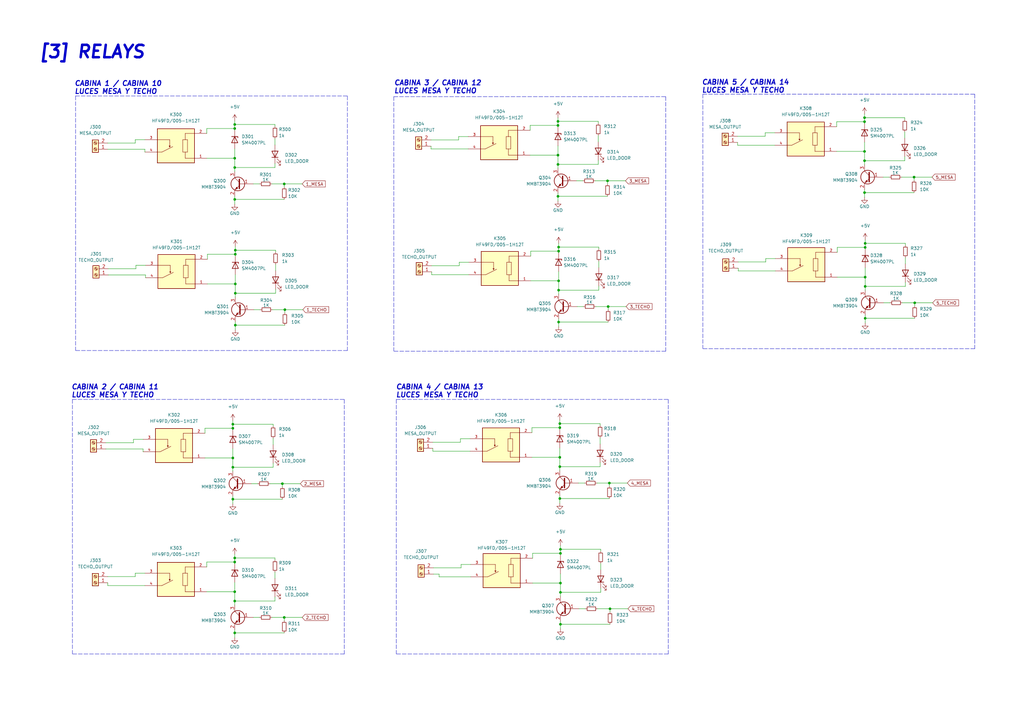
<source format=kicad_sch>
(kicad_sch (version 20211123) (generator eeschema)
  (paper "A3")
  (lib_symbols
    (symbol "Connector:Screw_Terminal_01x02" (pin_names (offset 1.016) hide)
      (property "Reference" "J" (at 0 2.54 0))
      (property "Value" "Screw_Terminal_01x02" (at 0 -5.08 0))
      (symbol "Screw_Terminal_01x02_1_1"
        (pin passive line (at -5.08 0 0) (length 3.81) (name "Pin_1") (number "1"))
        (pin passive line (at -5.08 -2.54 0) (length 3.81) (name "Pin_2") (number "2"))
      )
    )
    (symbol "Device:D_Zener" (pin_numbers hide) (pin_names (offset 1.016) hide)
      (property "Reference" "D" (at 0 2.54 0))
      (property "Value" "D_Zener" (at 0 -2.54 0))
      (symbol "D_Zener_1_1"
        (pin passive line (at -3.81 0 0) (length 2.54) (name "K") (number "1"))
        (pin passive line (at 3.81 0 180) (length 2.54) (name "A") (number "2"))
      )
    )
    (symbol "Device:LED" (pin_numbers hide) (pin_names (offset 1.016) hide)
      (property "Reference" "D" (at 0 2.54 0))
      (property "Value" "LED" (at 0 -2.54 0))
      (symbol "LED_1_1"
        (pin passive line (at -3.81 0 0) (length 2.54) (name "K") (number "1"))
        (pin passive line (at 3.81 0 180) (length 2.54) (name "A") (number "2"))
      )
    )
    (symbol "Device:R_Small" (pin_numbers hide) (pin_names (offset 0.254) hide)
      (property "Reference" "R" (at 0.762 0.508 0))
      (property "Value" "R_Small" (at 0.762 -1.016 0))
      (symbol "R_Small_1_1"
        (pin passive line (at 0 2.54 270) (length 0.762) (name "~") (number "1"))
        (pin passive line (at 0 -2.54 90) (length 0.762) (name "~") (number "2"))
      )
    )
    (symbol "HF49FD_005-1H12T:HF49FD{slash}005-1H12T" (pin_names (offset 1.016))
      (property "Reference" "K" (at -7.62 7.62 0))
      (property "Value" "HF49FD{slash}005-1H12T" (at -7.62 -7.62 0))
      (symbol "HF49FD{slash}005-1H12T_0_0"
        (pin passive line (at -12.7 5.08 0) (length 5.08) (name "~") (number "1"))
        (pin passive line (at -12.7 -5.08 0) (length 5.08) (name "~") (number "2"))
        (pin passive line (at 12.7 -2.54 180) (length 5.08) (name "~") (number "3"))
        (pin passive line (at 12.7 2.54 180) (length 5.08) (name "~") (number "4"))
      )
    )
    (symbol "Transistor_BJT:MMBT5550L" (pin_names (offset 0) hide)
      (property "Reference" "Q" (at 5.08 1.905 0))
      (property "Value" "MMBT5550L" (at 5.08 0 0))
      (symbol "MMBT5550L_1_1"
        (pin input line (at -5.08 0 0) (length 5.715) (name "B") (number "1"))
        (pin passive line (at 2.54 -5.08 90) (length 2.54) (name "E") (number "2"))
        (pin passive line (at 2.54 5.08 270) (length 2.54) (name "C") (number "3"))
      )
    )
    (symbol "power:+5V" (power) (pin_names (offset 0))
      (property "Value" "+5V" (at 0 3.556 0))
      (symbol "+5V_1_1"
        (pin power_in line (at 0 0 90) (length 0) hide (name "+5V") (number "1"))
      )
    )
    (symbol "power:GND" (power) (pin_names (offset 0))
      (property "Value" "GND" (at 0 -3.81 0))
      (symbol "GND_1_1"
        (pin power_in line (at 0 0 270) (length 0) hide (name "GND") (number "1"))
      )
    )
  )
  (junction (at 228.854 49.784))
  (junction (at 96.266 52.705))
  (junction (at 229.108 132.08))
  (junction (at 229.87 225.298))
  (junction (at 229.108 101.346))
  (junction (at 95.504 187.833))
  (junction (at 354.838 101.473))
  (junction (at 95.504 191.643))
  (junction (at 249.174 74.168))
  (junction (at 250.19 249.682))
  (junction (at 354.584 78.994))
  (junction (at 374.904 72.644))
  (junction (at 95.504 175.641))
  (junction (at 95.504 173.99))
  (junction (at 96.52 104.267))
  (junction (at 96.266 259.588))
  (junction (at 229.108 102.997))
  (junction (at 354.838 99.822))
  (junction (at 354.584 65.913))
  (junction (at 229.616 175.387))
  (junction (at 95.504 204.724))
  (junction (at 96.52 133.35))
  (junction (at 354.838 130.556))
  (junction (at 354.584 48.26))
  (junction (at 229.616 173.736))
  (junction (at 229.87 256.032))
  (junction (at 96.52 102.616))
  (junction (at 229.108 118.999))
  (junction (at 354.584 62.103))
  (junction (at 96.266 68.707))
  (junction (at 249.428 125.73))
  (junction (at 229.87 242.951))
  (junction (at 228.854 80.518))
  (junction (at 96.266 242.697))
  (junction (at 229.108 115.189))
  (junction (at 116.84 127))
  (junction (at 249.936 198.12))
  (junction (at 229.87 226.949))
  (junction (at 228.854 63.627))
  (junction (at 229.616 191.389))
  (junction (at 96.266 228.854))
  (junction (at 96.52 120.269))
  (junction (at 229.616 187.579))
  (junction (at 96.52 116.459))
  (junction (at 116.586 75.438))
  (junction (at 115.824 198.374))
  (junction (at 96.266 51.054))
  (junction (at 116.586 253.238))
  (junction (at 354.838 113.665))
  (junction (at 228.854 67.437))
  (junction (at 96.266 81.788))
  (junction (at 375.158 124.206))
  (junction (at 228.854 51.435))
  (junction (at 96.266 64.897))
  (junction (at 229.87 239.141))
  (junction (at 96.266 230.505))
  (junction (at 354.584 49.911))
  (junction (at 229.616 204.47))
  (junction (at 354.838 117.475))
  (junction (at 96.266 246.507))
  (wire (pts (xy 354.838 101.473) (xy 354.838 102.235)))
  (wire (pts (xy 112.776 68.707) (xy 96.266 68.707)))
  (wire (pts (xy 59.436 61.214) (xy 59.436 62.357)))
  (wire (pts (xy 177.546 183.896) (xy 177.546 185.039)))
  (wire (pts (xy 59.436 57.277) (xy 55.499 57.277)))
  (wire (pts (xy 302.768 107.442) (xy 314.071 107.442)))
  (wire (pts (xy 96.266 51.054) (xy 96.266 52.705)))
  (wire (pts (xy 113.03 108.458) (xy 113.03 110.998)))
  (wire (pts (xy 228.854 80.518) (xy 249.174 80.518)))
  (wire (pts (xy 103.886 75.438) (xy 106.426 75.438)))
  (wire (pts (xy 354.584 65.913) (xy 354.584 67.564)))
  (wire (pts (xy 180.086 235.458) (xy 180.086 236.601)))
  (wire (pts (xy 96.52 132.08) (xy 96.52 133.35)))
  (wire (pts (xy 218.44 226.949) (xy 229.87 226.949)))
  (wire (pts (xy 313.817 54.483) (xy 313.817 55.88)))
  (wire (pts (xy 84.074 187.833) (xy 95.504 187.833)))
  (wire (pts (xy 374.904 72.644) (xy 382.27 72.644)))
  (wire (pts (xy 375.158 124.206) (xy 382.524 124.206)))
  (wire (pts (xy 228.854 67.437) (xy 228.854 69.088)))
  (wire (pts (xy 96.52 133.35) (xy 96.52 135.255)))
  (wire (pts (xy 246.126 189.738) (xy 246.126 191.389)))
  (wire (pts (xy 302.514 55.88) (xy 313.817 55.88)))
  (wire (pts (xy 111.76 127) (xy 116.84 127)))
  (wire (pts (xy 96.266 81.788) (xy 96.266 83.693)))
  (wire (pts (xy 44.196 61.214) (xy 59.436 61.214)))
  (wire (pts (xy 229.87 223.774) (xy 229.87 225.298)))
  (wire (pts (xy 189.103 231.521) (xy 189.103 232.918)))
  (wire (pts (xy 84.836 242.697) (xy 96.266 242.697)))
  (wire (pts (xy 177.8 235.458) (xy 180.086 235.458)))
  (polyline (pts (xy 161.544 39.624) (xy 273.05 39.624)))
  (wire (pts (xy 112.014 173.99) (xy 95.504 173.99)))
  (wire (pts (xy 192.786 179.959) (xy 188.849 179.959)))
  (wire (pts (xy 245.618 107.188) (xy 245.618 109.728)))
  (wire (pts (xy 44.196 240.157) (xy 59.436 240.157)))
  (wire (pts (xy 95.504 175.641) (xy 95.504 176.403)))
  (wire (pts (xy 96.52 112.649) (xy 96.52 116.459)))
  (wire (pts (xy 193.04 231.521) (xy 189.103 231.521)))
  (wire (pts (xy 112.014 179.832) (xy 112.014 182.372)))
  (wire (pts (xy 245.11 249.682) (xy 250.19 249.682)))
  (wire (pts (xy 96.266 230.505) (xy 96.266 231.267)))
  (wire (pts (xy 229.616 187.579) (xy 229.616 191.389)))
  (polyline (pts (xy 141.224 268.224) (xy 29.718 268.224)))
  (wire (pts (xy 54.737 180.213) (xy 54.737 181.61)))
  (wire (pts (xy 217.678 105.029) (xy 217.678 102.997)))
  (wire (pts (xy 103.124 198.374) (xy 105.664 198.374)))
  (wire (pts (xy 217.424 53.467) (xy 217.424 51.435)))
  (wire (pts (xy 192.024 56.007) (xy 188.087 56.007)))
  (wire (pts (xy 245.618 118.999) (xy 229.108 118.999)))
  (wire (pts (xy 229.108 118.999) (xy 229.108 120.65)))
  (polyline (pts (xy 162.56 163.83) (xy 274.066 163.83)))
  (wire (pts (xy 116.84 127) (xy 124.206 127)))
  (wire (pts (xy 113.03 103.378) (xy 113.03 102.616)))
  (polyline (pts (xy 29.718 163.83) (xy 141.224 163.83)))
  (wire (pts (xy 96.266 80.518) (xy 96.266 81.788)))
  (wire (pts (xy 110.744 198.374) (xy 115.824 198.374)))
  (wire (pts (xy 96.266 228.854) (xy 96.266 230.505)))
  (wire (pts (xy 95.504 191.643) (xy 95.504 193.294)))
  (wire (pts (xy 250.19 249.682) (xy 257.556 249.682)))
  (wire (pts (xy 371.348 100.584) (xy 371.348 99.822)))
  (wire (pts (xy 362.204 72.644) (xy 364.744 72.644)))
  (wire (pts (xy 84.074 177.673) (xy 84.074 175.641)))
  (wire (pts (xy 96.266 49.53) (xy 96.266 51.054)))
  (wire (pts (xy 317.754 54.483) (xy 313.817 54.483)))
  (wire (pts (xy 180.086 236.601) (xy 193.04 236.601)))
  (wire (pts (xy 246.38 225.298) (xy 229.87 225.298)))
  (wire (pts (xy 246.38 226.06) (xy 246.38 225.298)))
  (wire (pts (xy 228.854 63.627) (xy 228.854 67.437)))
  (polyline (pts (xy 161.544 39.624) (xy 161.544 144.018)))
  (polyline (pts (xy 399.796 143.002) (xy 288.29 143.002)))
  (wire (pts (xy 371.094 49.022) (xy 371.094 48.26)))
  (wire (pts (xy 188.849 179.959) (xy 188.849 181.356)))
  (wire (pts (xy 177.038 112.649) (xy 192.278 112.649)))
  (polyline (pts (xy 141.224 163.83) (xy 141.224 268.224)))
  (wire (pts (xy 229.616 172.212) (xy 229.616 173.736)))
  (wire (pts (xy 177.8 232.918) (xy 189.103 232.918)))
  (wire (pts (xy 96.52 104.267) (xy 96.52 105.029)))
  (wire (pts (xy 236.474 74.168) (xy 239.014 74.168)))
  (wire (pts (xy 44.196 58.674) (xy 55.499 58.674)))
  (wire (pts (xy 343.154 51.943) (xy 343.154 49.911)))
  (wire (pts (xy 249.428 125.73) (xy 249.428 127)))
  (wire (pts (xy 84.836 64.897) (xy 96.266 64.897)))
  (polyline (pts (xy 399.796 38.608) (xy 399.796 143.002)))
  (wire (pts (xy 371.348 117.475) (xy 354.838 117.475)))
  (wire (pts (xy 85.09 116.459) (xy 96.52 116.459)))
  (wire (pts (xy 44.45 110.236) (xy 55.753 110.236)))
  (wire (pts (xy 228.854 51.435) (xy 228.854 52.197)))
  (wire (pts (xy 43.434 181.61) (xy 54.737 181.61)))
  (wire (pts (xy 236.728 125.73) (xy 239.268 125.73)))
  (wire (pts (xy 302.768 109.982) (xy 302.768 111.125)))
  (wire (pts (xy 229.108 99.822) (xy 229.108 101.346)))
  (wire (pts (xy 96.52 120.269) (xy 96.52 121.92)))
  (wire (pts (xy 55.499 235.077) (xy 55.499 236.474)))
  (wire (pts (xy 354.584 49.911) (xy 354.584 50.673)))
  (wire (pts (xy 245.364 67.437) (xy 228.854 67.437)))
  (wire (pts (xy 371.094 54.102) (xy 371.094 56.642)))
  (polyline (pts (xy 288.29 38.608) (xy 399.796 38.608)))
  (wire (pts (xy 343.154 49.911) (xy 354.584 49.911)))
  (wire (pts (xy 44.45 112.776) (xy 59.69 112.776)))
  (wire (pts (xy 246.126 173.736) (xy 229.616 173.736)))
  (wire (pts (xy 112.776 244.856) (xy 112.776 246.507)))
  (polyline (pts (xy 273.05 144.018) (xy 161.544 144.018)))
  (wire (pts (xy 85.09 106.299) (xy 85.09 104.267)))
  (wire (pts (xy 112.776 51.054) (xy 96.266 51.054)))
  (wire (pts (xy 229.87 254.762) (xy 229.87 256.032)))
  (wire (pts (xy 58.674 184.15) (xy 58.674 185.293)))
  (polyline (pts (xy 162.56 163.83) (xy 162.56 268.224)))
  (wire (pts (xy 113.03 120.269) (xy 96.52 120.269)))
  (wire (pts (xy 229.616 191.389) (xy 229.616 193.04)))
  (wire (pts (xy 229.87 226.949) (xy 229.87 227.711)))
  (wire (pts (xy 371.348 99.822) (xy 354.838 99.822)))
  (wire (pts (xy 59.69 108.839) (xy 55.753 108.839)))
  (wire (pts (xy 84.836 52.705) (xy 96.266 52.705)))
  (wire (pts (xy 217.424 51.435) (xy 228.854 51.435)))
  (wire (pts (xy 343.408 103.505) (xy 343.408 101.473)))
  (wire (pts (xy 116.84 127) (xy 116.84 128.27)))
  (wire (pts (xy 362.458 124.206) (xy 364.998 124.206)))
  (wire (pts (xy 112.776 67.056) (xy 112.776 68.707)))
  (wire (pts (xy 96.266 52.705) (xy 96.266 53.467)))
  (wire (pts (xy 229.108 111.379) (xy 229.108 115.189)))
  (wire (pts (xy 229.87 239.141) (xy 229.87 242.951)))
  (wire (pts (xy 229.108 132.08) (xy 229.108 133.985)))
  (wire (pts (xy 246.126 191.389) (xy 229.616 191.389)))
  (wire (pts (xy 229.616 203.2) (xy 229.616 204.47)))
  (wire (pts (xy 229.87 225.298) (xy 229.87 226.949)))
  (wire (pts (xy 249.936 198.12) (xy 249.936 199.39)))
  (wire (pts (xy 318.008 106.045) (xy 314.071 106.045)))
  (wire (pts (xy 249.428 125.73) (xy 256.794 125.73)))
  (wire (pts (xy 354.838 130.556) (xy 354.838 132.461)))
  (wire (pts (xy 96.52 133.35) (xy 116.84 133.35)))
  (wire (pts (xy 244.094 74.168) (xy 249.174 74.168)))
  (wire (pts (xy 116.586 75.438) (xy 116.586 76.708)))
  (wire (pts (xy 112.776 234.696) (xy 112.776 237.236)))
  (wire (pts (xy 84.074 175.641) (xy 95.504 175.641)))
  (wire (pts (xy 245.618 101.346) (xy 229.108 101.346)))
  (wire (pts (xy 218.186 187.579) (xy 229.616 187.579)))
  (wire (pts (xy 249.174 74.168) (xy 256.54 74.168)))
  (wire (pts (xy 112.776 51.816) (xy 112.776 51.054)))
  (wire (pts (xy 176.784 61.087) (xy 192.024 61.087)))
  (wire (pts (xy 112.776 229.616) (xy 112.776 228.854)))
  (wire (pts (xy 246.126 174.498) (xy 246.126 173.736)))
  (wire (pts (xy 354.584 62.103) (xy 354.584 65.913)))
  (wire (pts (xy 354.584 77.724) (xy 354.584 78.994)))
  (wire (pts (xy 229.108 101.346) (xy 229.108 102.997)))
  (wire (pts (xy 229.616 183.769) (xy 229.616 187.579)))
  (wire (pts (xy 354.838 130.556) (xy 375.158 130.556)))
  (wire (pts (xy 96.266 259.588) (xy 116.586 259.588)))
  (wire (pts (xy 84.836 232.537) (xy 84.836 230.505)))
  (wire (pts (xy 250.19 249.682) (xy 250.19 250.952)))
  (wire (pts (xy 96.266 68.707) (xy 96.266 70.358)))
  (wire (pts (xy 302.514 59.563) (xy 317.754 59.563)))
  (polyline (pts (xy 288.29 38.608) (xy 288.29 143.002)))
  (wire (pts (xy 343.154 62.103) (xy 354.584 62.103)))
  (wire (pts (xy 302.768 111.125) (xy 318.008 111.125)))
  (wire (pts (xy 177.038 108.966) (xy 188.341 108.966)))
  (wire (pts (xy 229.108 115.189) (xy 229.108 118.999)))
  (wire (pts (xy 96.266 258.318) (xy 96.266 259.588)))
  (wire (pts (xy 218.186 175.387) (xy 229.616 175.387)))
  (wire (pts (xy 354.584 58.293) (xy 354.584 62.103)))
  (wire (pts (xy 218.44 239.141) (xy 229.87 239.141)))
  (wire (pts (xy 116.586 75.438) (xy 123.952 75.438)))
  (wire (pts (xy 354.584 78.994) (xy 374.904 78.994)))
  (wire (pts (xy 95.504 187.833) (xy 95.504 191.643)))
  (wire (pts (xy 375.158 124.206) (xy 375.158 125.476)))
  (wire (pts (xy 229.87 256.032) (xy 229.87 257.937)))
  (wire (pts (xy 112.014 189.992) (xy 112.014 191.643)))
  (wire (pts (xy 43.434 184.15) (xy 58.674 184.15)))
  (wire (pts (xy 245.364 65.786) (xy 245.364 67.437)))
  (wire (pts (xy 229.108 102.997) (xy 229.108 103.759)))
  (wire (pts (xy 111.506 75.438) (xy 116.586 75.438)))
  (wire (pts (xy 85.09 104.267) (xy 96.52 104.267)))
  (wire (pts (xy 228.854 49.784) (xy 228.854 51.435)))
  (wire (pts (xy 55.499 57.277) (xy 55.499 58.674)))
  (wire (pts (xy 343.408 101.473) (xy 354.838 101.473)))
  (wire (pts (xy 245.618 117.348) (xy 245.618 118.999)))
  (wire (pts (xy 371.094 48.26) (xy 354.584 48.26)))
  (wire (pts (xy 249.174 74.168) (xy 249.174 75.438)))
  (wire (pts (xy 115.824 198.374) (xy 115.824 199.644)))
  (wire (pts (xy 229.87 242.951) (xy 229.87 244.602)))
  (wire (pts (xy 343.408 113.665) (xy 354.838 113.665)))
  (wire (pts (xy 116.586 253.238) (xy 116.586 254.508)))
  (polyline (pts (xy 142.494 39.37) (xy 142.494 143.764)))
  (wire (pts (xy 59.436 235.077) (xy 55.499 235.077)))
  (wire (pts (xy 228.854 48.26) (xy 228.854 49.784)))
  (wire (pts (xy 116.586 253.238) (xy 123.952 253.238)))
  (wire (pts (xy 95.504 204.724) (xy 115.824 204.724)))
  (polyline (pts (xy 142.494 143.764) (xy 30.988 143.764)))
  (wire (pts (xy 113.03 102.616) (xy 96.52 102.616)))
  (wire (pts (xy 244.856 198.12) (xy 249.936 198.12)))
  (wire (pts (xy 217.678 102.997) (xy 229.108 102.997)))
  (wire (pts (xy 104.14 127) (xy 106.68 127)))
  (wire (pts (xy 228.854 59.817) (xy 228.854 63.627)))
  (wire (pts (xy 245.364 55.626) (xy 245.364 58.166)))
  (wire (pts (xy 176.784 59.944) (xy 176.784 61.087)))
  (wire (pts (xy 237.49 249.682) (xy 240.03 249.682)))
  (wire (pts (xy 96.266 81.788) (xy 116.586 81.788)))
  (wire (pts (xy 176.784 57.404) (xy 188.087 57.404)))
  (wire (pts (xy 177.038 111.506) (xy 177.038 112.649)))
  (polyline (pts (xy 273.05 39.624) (xy 273.05 144.018)))
  (wire (pts (xy 354.838 117.475) (xy 354.838 119.126)))
  (wire (pts (xy 95.504 203.454) (xy 95.504 204.724)))
  (wire (pts (xy 228.854 79.248) (xy 228.854 80.518)))
  (wire (pts (xy 229.616 173.736) (xy 229.616 175.387)))
  (wire (pts (xy 245.618 102.108) (xy 245.618 101.346)))
  (wire (pts (xy 371.348 115.824) (xy 371.348 117.475)))
  (wire (pts (xy 84.836 230.505) (xy 96.266 230.505)))
  (wire (pts (xy 44.196 239.014) (xy 44.196 240.157)))
  (wire (pts (xy 354.584 78.994) (xy 354.584 80.899)))
  (wire (pts (xy 113.03 118.618) (xy 113.03 120.269)))
  (wire (pts (xy 59.69 112.776) (xy 59.69 113.919)))
  (wire (pts (xy 374.904 72.644) (xy 374.904 73.914)))
  (wire (pts (xy 229.87 235.331) (xy 229.87 239.141)))
  (wire (pts (xy 115.824 198.374) (xy 123.19 198.374)))
  (wire (pts (xy 58.674 180.213) (xy 54.737 180.213)))
  (wire (pts (xy 95.504 204.724) (xy 95.504 206.629)))
  (wire (pts (xy 112.014 191.643) (xy 95.504 191.643)))
  (wire (pts (xy 246.126 179.578) (xy 246.126 182.118)))
  (wire (pts (xy 217.424 63.627) (xy 228.854 63.627)))
  (wire (pts (xy 96.266 259.588) (xy 96.266 261.493)))
  (wire (pts (xy 370.078 124.206) (xy 375.158 124.206)))
  (wire (pts (xy 96.266 64.897) (xy 96.266 68.707)))
  (wire (pts (xy 354.838 113.665) (xy 354.838 117.475)))
  (wire (pts (xy 354.838 98.298) (xy 354.838 99.822)))
  (wire (pts (xy 96.266 227.33) (xy 96.266 228.854)))
  (polyline (pts (xy 29.718 163.83) (xy 29.718 268.224)))
  (wire (pts (xy 302.514 58.42) (xy 302.514 59.563)))
  (wire (pts (xy 96.52 116.459) (xy 96.52 120.269)))
  (wire (pts (xy 112.776 228.854) (xy 96.266 228.854)))
  (wire (pts (xy 96.266 61.087) (xy 96.266 64.897)))
  (wire (pts (xy 96.266 242.697) (xy 96.266 246.507)))
  (wire (pts (xy 228.854 80.518) (xy 228.854 82.423)))
  (wire (pts (xy 218.44 228.981) (xy 218.44 226.949)))
  (wire (pts (xy 369.824 72.644) (xy 374.904 72.644)))
  (wire (pts (xy 84.836 54.737) (xy 84.836 52.705)))
  (wire (pts (xy 112.776 56.896) (xy 112.776 59.436)))
  (wire (pts (xy 246.38 242.951) (xy 229.87 242.951)))
  (wire (pts (xy 246.38 231.14) (xy 246.38 233.68)))
  (wire (pts (xy 96.52 102.616) (xy 96.52 104.267)))
  (wire (pts (xy 314.071 106.045) (xy 314.071 107.442)))
  (wire (pts (xy 229.616 204.47) (xy 229.616 206.375)))
  (wire (pts (xy 218.186 177.419) (xy 218.186 175.387)))
  (wire (pts (xy 112.014 174.752) (xy 112.014 173.99)))
  (wire (pts (xy 229.108 132.08) (xy 249.428 132.08)))
  (wire (pts (xy 371.094 65.913) (xy 354.584 65.913)))
  (wire (pts (xy 95.504 172.466) (xy 95.504 173.99)))
  (wire (pts (xy 188.341 107.569) (xy 188.341 108.966)))
  (wire (pts (xy 371.094 64.262) (xy 371.094 65.913)))
  (wire (pts (xy 95.504 184.023) (xy 95.504 187.833)))
  (wire (pts (xy 229.616 204.47) (xy 249.936 204.47)))
  (wire (pts (xy 237.236 198.12) (xy 239.776 198.12)))
  (wire (pts (xy 354.838 99.822) (xy 354.838 101.473)))
  (polyline (pts (xy 274.066 268.224) (xy 162.56 268.224)))
  (wire (pts (xy 177.546 181.356) (xy 188.849 181.356)))
  (wire (pts (xy 96.52 101.092) (xy 96.52 102.616)))
  (polyline (pts (xy 274.066 163.83) (xy 274.066 268.224)))
  (wire (pts (xy 103.886 253.238) (xy 106.426 253.238)))
  (wire (pts (xy 244.348 125.73) (xy 249.428 125.73)))
  (wire (pts (xy 44.196 236.474) (xy 55.499 236.474)))
  (wire (pts (xy 245.364 50.546) (xy 245.364 49.784)))
  (polyline (pts (xy 30.988 39.37) (xy 142.494 39.37)))
  (wire (pts (xy 95.504 173.99) (xy 95.504 175.641)))
  (wire (pts (xy 354.838 129.286) (xy 354.838 130.556)))
  (polyline (pts (xy 30.988 39.37) (xy 30.988 143.764)))
  (wire (pts (xy 217.678 115.189) (xy 229.108 115.189)))
  (wire (pts (xy 229.87 256.032) (xy 250.19 256.032)))
  (wire (pts (xy 354.584 48.26) (xy 354.584 49.911)))
  (wire (pts (xy 229.108 130.81) (xy 229.108 132.08)))
  (wire (pts (xy 371.348 105.664) (xy 371.348 108.204)))
  (wire (pts (xy 229.616 175.387) (xy 229.616 176.149)))
  (wire (pts (xy 192.278 107.569) (xy 188.341 107.569)))
  (wire (pts (xy 177.546 185.039) (xy 192.786 185.039)))
  (wire (pts (xy 96.266 238.887) (xy 96.266 242.697)))
  (wire (pts (xy 55.753 108.839) (xy 55.753 110.236)))
  (wire (pts (xy 112.776 246.507) (xy 96.266 246.507)))
  (wire (pts (xy 354.838 109.855) (xy 354.838 113.665)))
  (wire (pts (xy 96.266 246.507) (xy 96.266 248.158)))
  (wire (pts (xy 246.38 241.3) (xy 246.38 242.951)))
  (wire (pts (xy 111.506 253.238) (xy 116.586 253.238)))
  (wire (pts (xy 245.364 49.784) (xy 228.854 49.784)))
  (wire (pts (xy 249.936 198.12) (xy 257.302 198.12)))
  (wire (pts (xy 188.087 56.007) (xy 188.087 57.404)))
  (wire (pts (xy 354.584 46.736) (xy 354.584 48.26)))
  (text "CABINA 1 / CABINA 10\nLUCES MESA Y TECHO" (at 30.48 38.862 0) (effects (font (size 2.032 2.032) bold italic) (justify left bottom)))
  (text "CABINA 3 / CABINA 12\nLUCES MESA Y TECHO" (at 161.544 38.608 0) (effects (font (size 2.032 2.032) bold italic) (justify left bottom)))
  (text "CABINA 2 / CABINA 11\nLUCES MESA Y TECHO" (at 29.21 163.322 0) (effects (font (size 2.032 2.032) bold italic) (justify left bottom)))
  (text "CABINA 5 / CABINA 14\nLUCES MESA Y TECHO" (at 287.782 38.354 0) (effects (font (size 2.032 2.032) bold italic) (justify left bottom)))
  (text "CABINA 4 / CABINA 13\nLUCES MESA Y TECHO" (at 162.306 163.322 0) (effects (font (size 2.032 2.032) bold italic) (justify left bottom)))
  (text "[3] RELAYS" (at 15.748 24.384 0) (effects (font (size 5.08 5.08) bold italic) (justify left bottom)))
  (global_label "3_TECHO" (shape input) (at 256.794 125.73 0) (property "Intersheet References" "${INTERSHEET_REFS}" (effects hide)))
  (global_label "5_MESA" (shape input) (at 382.27 72.644 0) (property "Intersheet References" "${INTERSHEET_REFS}" (effects hide)))
  (global_label "1_MESA" (shape input) (at 123.952 75.438 0) (property "Intersheet References" "${INTERSHEET_REFS}" (effects hide)))
  (global_label "1_TECHO" (shape input) (at 124.206 127 0) (property "Intersheet References" "${INTERSHEET_REFS}" (effects hide)))
  (global_label "2_MESA" (shape input) (at 123.19 198.374 0) (property "Intersheet References" "${INTERSHEET_REFS}" (effects hide)))
  (global_label "5_TECHO" (shape input) (at 382.524 124.206 0) (property "Intersheet References" "${INTERSHEET_REFS}" (effects hide)))
  (global_label "2_TECHO" (shape input) (at 123.952 253.238 0) (property "Intersheet References" "${INTERSHEET_REFS}" (effects hide)))
  (global_label "3_MESA" (shape input) (at 256.54 74.168 0) (property "Intersheet References" "${INTERSHEET_REFS}" (effects hide)))
  (global_label "4_MESA" (shape input) (at 257.302 198.12 0) (property "Intersheet References" "${INTERSHEET_REFS}" (effects hide)))
  (global_label "4_TECHO" (shape input) (at 257.556 249.682 0) (property "Intersheet References" "${INTERSHEET_REFS}" (effects hide)))
  (symbol (lib_id "power:GND") (at 228.854 82.423 0) (unit 1)
    (property "Reference" "#PWR0146" (effects hide))
    (property "Value" "GND" (at 228.854 86.233 0))
  )
  (symbol (lib_id "power:+5V") (at 229.87 223.774 0) (unit 1)
    (property "Reference" "#PWR0131" (effects hide))
    (property "Value" "+5V" (at 229.87 218.059 0))
  )
  (symbol (lib_id "power:GND") (at 229.87 257.937 0) (unit 1)
    (property "Reference" "#PWR0128" (effects hide))
    (property "Value" "GND" (at 229.87 261.747 0))
  )
  (symbol (lib_id "Transistor_BJT:MMBT5550L") (at 231.394 74.168 0) (mirror y) (unit 1)
    (property "Reference" "Q304" (at 226.06 72.8979 0) (effects (justify left)))
    (property "Value" "MMBT3904" (at 226.06 75.4379 0) (effects (justify left)))
    (property "Footprint" "Package_TO_SOT_SMD:SOT-23" (effects hide))
    (property "Datasheet" "www.onsemi.com/pub/Collateral/MMBT5550LT1-D.PDF" (effects hide))
    (property "LCSC" "C20526" (effects hide))
  )
  (symbol (lib_id "Device:R_Small") (at 113.03 105.918 180) (unit 1)
    (property "Reference" "R303" (at 115.57 104.6479 0) (effects (justify right)))
    (property "Value" "1k" (at 115.57 107.1879 0) (effects (justify right)))
    (property "Footprint" "Resistor_SMD:R_0603_1608Metric" (effects hide))
    (property "LCSC" "C21190" (effects hide))
  )
  (symbol (lib_id "Device:R_Small") (at 108.204 198.374 270) (unit 1)
    (property "Reference" "R307" (at 108.204 194.564 90))
    (property "Value" "1K" (at 108.204 196.596 90))
    (property "Footprint" "Resistor_SMD:R_0603_1608Metric" (effects hide))
    (property "LCSC" "C21190" (effects hide))
  )
  (symbol (lib_id "power:+5V") (at 229.108 99.822 0) (unit 1)
    (property "Reference" "#PWR0144" (effects hide))
    (property "Value" "+5V" (at 229.108 94.107 0))
  )
  (symbol (lib_id "power:GND") (at 96.266 83.693 0) (unit 1)
    (property "Reference" "#PWR0161" (effects hide))
    (property "Value" "GND" (at 96.266 87.503 0))
  )
  (symbol (lib_id "Device:R_Small") (at 246.38 228.6 180) (unit 1)
    (property "Reference" "R321" (at 248.92 227.3299 0) (effects (justify right)))
    (property "Value" "1k" (at 248.92 229.8699 0) (effects (justify right)))
    (property "Footprint" "Resistor_SMD:R_0603_1608Metric" (effects hide))
    (property "LCSC" "C21190" (effects hide))
  )
  (symbol (lib_id "Connector:Screw_Terminal_01x02") (at 39.116 239.014 180) (unit 1)
    (property "Reference" "J303" (at 39.116 229.87 0))
    (property "Value" "TECHO_OUTPUT" (at 39.116 232.41 0))
    (property "Footprint" "Connector_Phoenix_MSTB:PhoenixContact_MSTBA_2,5_2-G-5,08_1x02_P5.08mm_Horizontal" (effects hide))
  )
  (symbol (lib_id "power:+5V") (at 228.854 48.26 0) (unit 1)
    (property "Reference" "#PWR0147" (effects hide))
    (property "Value" "+5V" (at 228.854 42.545 0))
  )
  (symbol (lib_id "Transistor_BJT:MMBT5550L") (at 99.06 127 0) (mirror y) (unit 1)
    (property "Reference" "Q301" (at 93.98 125.7299 0) (effects (justify left)))
    (property "Value" "MMBT3904" (at 93.98 128.2699 0) (effects (justify left)))
    (property "Footprint" "Package_TO_SOT_SMD:SOT-23" (effects hide))
    (property "Datasheet" "www.onsemi.com/pub/Collateral/MMBT5550LT1-D.PDF" (effects hide))
    (property "LCSC" "C20526" (effects hide))
  )
  (symbol (lib_id "Device:LED") (at 245.618 113.538 90) (unit 1)
    (property "Reference" "D317" (at 248.92 113.8554 90) (effects (justify right)))
    (property "Value" "LED_DOOR" (at 248.92 116.3954 90) (effects (justify right)))
    (property "Footprint" "LED_SMD:LED_0603_1608Metric" (effects hide))
    (property "LCSC" "C72038" (effects hide))
  )
  (symbol (lib_id "HF49FD_005-1H12T:HF49FD{slash}005-1H12T") (at 204.978 110.109 180) (unit 1)
    (property "Reference" "K305" (at 204.978 97.79 0))
    (property "Value" "HF49FD/005-1H12T" (at 204.978 100.33 0))
    (property "Footprint" "HF49FD_005-1H11F:HF49FD0051H11F" (effects hide))
    (property "PARTREV" "1.13" (effects hide))
    (property "STANDARD" "Manufacturer Recommendations" (effects hide))
    (property "MAXIMUM_PACKAGE_HEIGHT" "12.80mm" (effects hide))
    (property "MANUFACTURER" "HONGFA" (effects hide))
  )
  (symbol (lib_id "Device:LED") (at 113.03 114.808 90) (unit 1)
    (property "Reference" "D305" (at 116.84 115.1254 90) (effects (justify right)))
    (property "Value" "LED_DOOR" (at 116.84 117.6654 90) (effects (justify right)))
    (property "Footprint" "LED_SMD:LED_0603_1608Metric" (effects hide))
    (property "LCSC" "C72038" (effects hide))
  )
  (symbol (lib_id "Device:R_Small") (at 108.966 253.238 270) (unit 1)
    (property "Reference" "R310" (at 108.966 249.428 90))
    (property "Value" "1K" (at 108.966 251.46 90))
    (property "Footprint" "Resistor_SMD:R_0603_1608Metric" (effects hide))
    (property "LCSC" "C21190" (effects hide))
  )
  (symbol (lib_id "Transistor_BJT:MMBT5550L") (at 357.124 72.644 0) (mirror y) (unit 1)
    (property "Reference" "Q308" (at 351.79 71.3739 0) (effects (justify left)))
    (property "Value" "MMBT3904" (at 351.79 73.9139 0) (effects (justify left)))
    (property "Footprint" "Package_TO_SOT_SMD:SOT-23" (effects hide))
    (property "Datasheet" "www.onsemi.com/pub/Collateral/MMBT5550LT1-D.PDF" (effects hide))
    (property "LCSC" "C20526" (effects hide))
  )
  (symbol (lib_id "Device:D_Zener") (at 96.266 57.277 270) (unit 1)
    (property "Reference" "D301" (at 99.06 56.0069 90) (effects (justify left)))
    (property "Value" "SM4007PL" (at 99.06 58.5469 90) (effects (justify left)))
    (property "Footprint" "Jose_:SOD_123FL" (effects hide))
    (property "LCSC" "C64898" (effects hide))
  )
  (symbol (lib_id "Device:D_Zener") (at 228.854 56.007 270) (unit 1)
    (property "Reference" "D313" (at 231.14 54.7369 90) (effects (justify left)))
    (property "Value" "SM4007PL" (at 231.14 57.2769 90) (effects (justify left)))
    (property "Footprint" "Jose_:SOD_123FL" (effects hide))
    (property "LCSC" "C64898" (effects hide))
  )
  (symbol (lib_id "Device:R_Small") (at 109.22 127 270) (unit 1)
    (property "Reference" "R304" (at 109.22 123.19 90))
    (property "Value" "1K" (at 109.22 125.222 90))
    (property "Footprint" "Resistor_SMD:R_0603_1608Metric" (effects hide))
    (property "LCSC" "C21190" (effects hide))
  )
  (symbol (lib_id "Device:D_Zener") (at 229.87 231.521 270) (unit 1)
    (property "Reference" "D322" (at 232.41 230.2509 90) (effects (justify left)))
    (property "Value" "SM4007PL" (at 232.41 232.7909 90) (effects (justify left)))
    (property "Footprint" "Jose_:SOD_123FL" (effects hide))
    (property "LCSC" "C64898" (effects hide))
  )
  (symbol (lib_id "Device:R_Small") (at 371.094 51.562 180) (unit 1)
    (property "Reference" "R324" (at 373.38 50.2919 0) (effects (justify right)))
    (property "Value" "1k" (at 373.38 52.8319 0) (effects (justify right)))
    (property "Footprint" "Resistor_SMD:R_0603_1608Metric" (effects hide))
    (property "LCSC" "C21190" (effects hide))
  )
  (symbol (lib_id "power:GND") (at 354.584 80.899 0) (unit 1)
    (property "Reference" "#PWR0153" (effects hide))
    (property "Value" "GND" (at 354.584 84.709 0))
  )
  (symbol (lib_id "Device:D_Zener") (at 229.616 179.959 270) (unit 1)
    (property "Reference" "D319" (at 232.41 178.6889 90) (effects (justify left)))
    (property "Value" "SM4007PL" (at 232.41 181.2289 90) (effects (justify left)))
    (property "Footprint" "Jose_:SOD_123FL" (effects hide))
    (property "LCSC" "C64898" (effects hide))
  )
  (symbol (lib_id "HF49FD_005-1H12T:HF49FD{slash}005-1H12T") (at 72.39 111.379 180) (unit 1)
    (property "Reference" "K301" (at 72.39 99.06 0))
    (property "Value" "HF49FD/005-1H12T" (at 72.39 101.6 0))
    (property "Footprint" "HF49FD_005-1H11F:HF49FD0051H11F" (effects hide))
    (property "PARTREV" "1.13" (effects hide))
    (property "STANDARD" "Manufacturer Recommendations" (effects hide))
    (property "MAXIMUM_PACKAGE_HEIGHT" "12.80mm" (effects hide))
    (property "MANUFACTURER" "HONGFA" (effects hide))
  )
  (symbol (lib_id "power:+5V") (at 96.266 227.33 0) (unit 1)
    (property "Reference" "#PWR0140" (effects hide))
    (property "Value" "+5V" (at 96.266 221.615 0))
  )
  (symbol (lib_id "Connector:Screw_Terminal_01x02") (at 171.958 111.506 180) (unit 1)
    (property "Reference" "J305" (at 171.958 102.87 0))
    (property "Value" "TECHO_OUTPUT" (at 171.958 105.41 0))
    (property "Footprint" "Connector_Phoenix_MSTB:PhoenixContact_MSTBA_2,5_2-G-5,08_1x02_P5.08mm_Horizontal" (effects hide))
  )
  (symbol (lib_id "HF49FD_005-1H12T:HF49FD{slash}005-1H12T") (at 72.136 237.617 180) (unit 1)
    (property "Reference" "K303" (at 72.136 224.79 0))
    (property "Value" "HF49FD/005-1H12T" (at 72.136 227.33 0))
    (property "Footprint" "HF49FD_005-1H11F:HF49FD0051H11F" (effects hide))
    (property "PARTREV" "1.13" (effects hide))
    (property "STANDARD" "Manufacturer Recommendations" (effects hide))
    (property "MAXIMUM_PACKAGE_HEIGHT" "12.80mm" (effects hide))
    (property "MANUFACTURER" "HONGFA" (effects hide))
  )
  (symbol (lib_id "Device:R_Small") (at 374.904 76.454 180) (unit 1)
    (property "Reference" "R326" (at 377.19 75.1839 0) (effects (justify right)))
    (property "Value" "10K" (at 377.19 77.7239 0) (effects (justify right)))
    (property "Footprint" "Resistor_SMD:R_0603_1608Metric" (effects hide))
    (property "LCSC" "C25804" (effects hide))
  )
  (symbol (lib_id "Device:R_Small") (at 112.014 177.292 180) (unit 1)
    (property "Reference" "R306" (at 114.3 176.0219 0) (effects (justify right)))
    (property "Value" "1k" (at 114.3 178.5619 0) (effects (justify right)))
    (property "Footprint" "Resistor_SMD:R_0603_1608Metric" (effects hide))
    (property "LCSC" "C21190" (effects hide))
  )
  (symbol (lib_id "Device:LED") (at 246.126 185.928 90) (unit 1)
    (property "Reference" "D320" (at 250.19 186.2454 90) (effects (justify right)))
    (property "Value" "LED_DOOR" (at 250.19 188.7854 90) (effects (justify right)))
    (property "Footprint" "LED_SMD:LED_0603_1608Metric" (effects hide))
    (property "LCSC" "C72038" (effects hide))
  )
  (symbol (lib_id "power:+5V") (at 229.616 172.212 0) (unit 1)
    (property "Reference" "#PWR0137" (effects hide))
    (property "Value" "+5V" (at 229.616 166.497 0))
  )
  (symbol (lib_id "Device:R_Small") (at 241.554 74.168 270) (unit 1)
    (property "Reference" "R313" (at 241.554 70.358 90))
    (property "Value" "1K" (at 241.554 72.39 90))
    (property "Footprint" "Resistor_SMD:R_0603_1608Metric" (effects hide))
    (property "LCSC" "C21190" (effects hide))
  )
  (symbol (lib_id "HF49FD_005-1H12T:HF49FD{slash}005-1H12T") (at 205.74 234.061 180) (unit 1)
    (property "Reference" "K307" (at 205.74 222.25 0))
    (property "Value" "HF49FD/005-1H12T" (at 205.74 224.79 0))
    (property "Footprint" "HF49FD_005-1H11F:HF49FD0051H11F" (effects hide))
    (property "PARTREV" "1.13" (effects hide))
    (property "STANDARD" "Manufacturer Recommendations" (effects hide))
    (property "MAXIMUM_PACKAGE_HEIGHT" "12.80mm" (effects hide))
    (property "MANUFACTURER" "HONGFA" (effects hide))
  )
  (symbol (lib_id "Transistor_BJT:MMBT5550L") (at 98.806 253.238 0) (mirror y) (unit 1)
    (property "Reference" "Q303" (at 92.71 251.9679 0) (effects (justify left)))
    (property "Value" "MMBT3904" (at 92.71 254.5079 0) (effects (justify left)))
    (property "Footprint" "Package_TO_SOT_SMD:SOT-23" (effects hide))
    (property "Datasheet" "www.onsemi.com/pub/Collateral/MMBT5550LT1-D.PDF" (effects hide))
    (property "LCSC" "C20526" (effects hide))
  )
  (symbol (lib_id "power:+5V") (at 354.584 46.736 0) (unit 1)
    (property "Reference" "#PWR0154" (effects hide))
    (property "Value" "+5V" (at 354.584 41.021 0))
  )
  (symbol (lib_id "Connector:Screw_Terminal_01x02") (at 38.354 184.15 180) (unit 1)
    (property "Reference" "J302" (at 38.354 175.26 0))
    (property "Value" "MESA_OUTPUT" (at 38.354 177.8 0))
    (property "Footprint" "Connector_Phoenix_MSTB:PhoenixContact_MSTBA_2,5_2-G-5,08_1x02_P5.08mm_Horizontal" (effects hide))
  )
  (symbol (lib_id "power:+5V") (at 96.52 101.092 0) (unit 1)
    (property "Reference" "#PWR0162" (effects hide))
    (property "Value" "+5V" (at 96.52 95.377 0))
  )
  (symbol (lib_id "Device:R_Small") (at 249.936 201.93 180) (unit 1)
    (property "Reference" "R320" (at 251.46 200.6599 0) (effects (justify right)))
    (property "Value" "10K" (at 251.46 203.1999 0) (effects (justify right)))
    (property "Footprint" "Resistor_SMD:R_0603_1608Metric" (effects hide))
    (property "LCSC" "C25804" (effects hide))
  )
  (symbol (lib_id "power:+5V") (at 354.838 98.298 0) (unit 1)
    (property "Reference" "#PWR0152" (effects hide))
    (property "Value" "+5V" (at 354.838 92.583 0))
  )
  (symbol (lib_id "Connector:Screw_Terminal_01x02") (at 297.688 109.982 180) (unit 1)
    (property "Reference" "J309" (at 297.688 100.33 0))
    (property "Value" "TECHO_OUTPUT" (at 297.688 102.87 0))
    (property "Footprint" "Connector_Phoenix_MSTB:PhoenixContact_MSTBA_2,5_2-G-5,08_1x02_P5.08mm_Horizontal" (effects hide))
  )
  (symbol (lib_id "Device:LED") (at 371.348 112.014 90) (unit 1)
    (property "Reference" "D329" (at 374.65 112.3314 90) (effects (justify right)))
    (property "Value" "LED_DOOR" (at 374.65 114.8714 90) (effects (justify right)))
    (property "Footprint" "LED_SMD:LED_0603_1608Metric" (effects hide))
    (property "LCSC" "C72038" (effects hide))
  )
  (symbol (lib_id "Device:R_Small") (at 250.19 253.492 180) (unit 1)
    (property "Reference" "R323" (at 252.73 252.2219 0) (effects (justify right)))
    (property "Value" "10K" (at 252.73 254.7619 0) (effects (justify right)))
    (property "Footprint" "Resistor_SMD:R_0603_1608Metric" (effects hide))
    (property "LCSC" "C25804" (effects hide))
  )
  (symbol (lib_id "Device:LED") (at 112.776 63.246 90) (unit 1)
    (property "Reference" "D302" (at 116.84 63.5634 90) (effects (justify right)))
    (property "Value" "LED_DOOR" (at 116.84 66.1034 90) (effects (justify right)))
    (property "Footprint" "LED_SMD:LED_0603_1608Metric" (effects hide))
    (property "LCSC" "C72038" (effects hide))
  )
  (symbol (lib_id "Device:R_Small") (at 245.364 53.086 180) (unit 1)
    (property "Reference" "R312" (at 247.65 51.8159 0) (effects (justify right)))
    (property "Value" "1k" (at 247.65 54.3559 0) (effects (justify right)))
    (property "Footprint" "Resistor_SMD:R_0603_1608Metric" (effects hide))
    (property "LCSC" "C21190" (effects hide))
  )
  (symbol (lib_id "Device:D_Zener") (at 354.838 106.045 270) (unit 1)
    (property "Reference" "D328" (at 356.87 104.7749 90) (effects (justify left)))
    (property "Value" "SM4007PL" (at 356.87 107.3149 90) (effects (justify left)))
    (property "Footprint" "Jose_:SOD_123FL" (effects hide))
    (property "LCSC" "C64898" (effects hide))
  )
  (symbol (lib_id "Device:D_Zener") (at 229.108 107.569 270) (unit 1)
    (property "Reference" "D316" (at 231.14 106.2989 90) (effects (justify left)))
    (property "Value" "SM4007PL" (at 231.14 108.8389 90) (effects (justify left)))
    (property "Footprint" "Jose_:SOD_123FL" (effects hide))
    (property "LCSC" "C64898" (effects hide))
  )
  (symbol (lib_id "power:GND") (at 96.266 261.493 0) (unit 1)
    (property "Reference" "#PWR0138" (effects hide))
    (property "Value" "GND" (at 96.266 265.303 0))
  )
  (symbol (lib_id "Transistor_BJT:MMBT5550L") (at 231.648 125.73 0) (mirror y) (unit 1)
    (property "Reference" "Q305" (at 226.06 124.4599 0) (effects (justify left)))
    (property "Value" "MMBT3904" (at 226.06 126.9999 0) (effects (justify left)))
    (property "Footprint" "Package_TO_SOT_SMD:SOT-23" (effects hide))
    (property "Datasheet" "www.onsemi.com/pub/Collateral/MMBT5550LT1-D.PDF" (effects hide))
    (property "LCSC" "C20526" (effects hide))
  )
  (symbol (lib_id "power:GND") (at 354.838 132.461 0) (unit 1)
    (property "Reference" "#PWR0157" (effects hide))
    (property "Value" "GND" (at 354.838 136.271 0))
  )
  (symbol (lib_id "Device:D_Zener") (at 96.266 235.077 270) (unit 1)
    (property "Reference" "D310" (at 99.06 233.8069 90) (effects (justify left)))
    (property "Value" "SM4007PL" (at 99.06 236.3469 90) (effects (justify left)))
    (property "Footprint" "Jose_:SOD_123FL" (effects hide))
    (property "LCSC" "C64898" (effects hide))
  )
  (symbol (lib_id "Device:R_Small") (at 116.586 257.048 180) (unit 1)
    (property "Reference" "R311" (at 118.11 255.7779 0) (effects (justify right)))
    (property "Value" "10K" (at 118.11 258.3179 0) (effects (justify right)))
    (property "Footprint" "Resistor_SMD:R_0603_1608Metric" (effects hide))
    (property "LCSC" "C25804" (effects hide))
  )
  (symbol (lib_id "HF49FD_005-1H12T:HF49FD{slash}005-1H12T") (at 72.136 59.817 180) (unit 1)
    (property "Reference" "K300" (at 72.136 46.99 0))
    (property "Value" "HF49FD/005-1H12T" (at 72.136 49.53 0))
    (property "Footprint" "HF49FD_005-1H11F:HF49FD0051H11F" (effects hide))
    (property "PARTREV" "1.13" (effects hide))
    (property "STANDARD" "Manufacturer Recommendations" (effects hide))
    (property "MAXIMUM_PACKAGE_HEIGHT" "12.80mm" (effects hide))
    (property "MANUFACTURER" "HONGFA" (effects hide))
  )
  (symbol (lib_id "Connector:Screw_Terminal_01x02") (at 297.434 58.42 180) (unit 1)
    (property "Reference" "J308" (at 297.434 49.53 0))
    (property "Value" "MESA_OUTPUT" (at 297.434 52.07 0))
    (property "Footprint" "Connector_Phoenix_MSTB:PhoenixContact_MSTBA_2,5_2-G-5,08_1x02_P5.08mm_Horizontal" (effects hide))
  )
  (symbol (lib_id "Device:R_Small") (at 108.966 75.438 270) (unit 1)
    (property "Reference" "R301" (at 108.966 71.628 90))
    (property "Value" "1K" (at 108.966 73.66 90))
    (property "Footprint" "Resistor_SMD:R_0603_1608Metric" (effects hide))
    (property "LCSC" "C21190" (effects hide))
  )
  (symbol (lib_id "Transistor_BJT:MMBT5550L") (at 232.41 249.682 0) (mirror y) (unit 1)
    (property "Reference" "Q307" (at 227.33 248.4119 0) (effects (justify left)))
    (property "Value" "MMBT3904" (at 227.33 250.9519 0) (effects (justify left)))
    (property "Footprint" "Package_TO_SOT_SMD:SOT-23" (effects hide))
    (property "Datasheet" "www.onsemi.com/pub/Collateral/MMBT5550LT1-D.PDF" (effects hide))
    (property "LCSC" "C20526" (effects hide))
  )
  (symbol (lib_id "Transistor_BJT:MMBT5550L") (at 98.806 75.438 0) (mirror y) (unit 1)
    (property "Reference" "Q300" (at 92.71 74.1679 0) (effects (justify left)))
    (property "Value" "MMBT3904" (at 92.71 76.7079 0) (effects (justify left)))
    (property "Footprint" "Package_TO_SOT_SMD:SOT-23" (effects hide))
    (property "Datasheet" "www.onsemi.com/pub/Collateral/MMBT5550LT1-D.PDF" (effects hide))
    (property "LCSC" "C20526" (effects hide))
  )
  (symbol (lib_id "Device:R_Small") (at 116.84 130.81 180) (unit 1)
    (property "Reference" "R305" (at 119.38 129.5399 0) (effects (justify right)))
    (property "Value" "10K" (at 119.38 132.0799 0) (effects (justify right)))
    (property "Footprint" "Resistor_SMD:R_0603_1608Metric" (effects hide))
    (property "LCSC" "C25804" (effects hide))
  )
  (symbol (lib_id "Transistor_BJT:MMBT5550L") (at 357.378 124.206 0) (mirror y) (unit 1)
    (property "Reference" "Q309" (at 351.79 122.9359 0) (effects (justify left)))
    (property "Value" "MMBT3904" (at 351.79 125.4759 0) (effects (justify left)))
    (property "Footprint" "Package_TO_SOT_SMD:SOT-23" (effects hide))
    (property "Datasheet" "www.onsemi.com/pub/Collateral/MMBT5550LT1-D.PDF" (effects hide))
    (property "LCSC" "C20526" (effects hide))
  )
  (symbol (lib_id "HF49FD_005-1H12T:HF49FD{slash}005-1H12T") (at 205.486 182.499 180) (unit 1)
    (property "Reference" "K306" (at 205.486 170.18 0))
    (property "Value" "HF49FD/005-1H12T" (at 205.486 172.72 0))
    (property "Footprint" "HF49FD_005-1H11F:HF49FD0051H11F" (effects hide))
    (property "PARTREV" "1.13" (effects hide))
    (property "STANDARD" "Manufacturer Recommendations" (effects hide))
    (property "MAXIMUM_PACKAGE_HEIGHT" "12.80mm" (effects hide))
    (property "MANUFACTURER" "HONGFA" (effects hide))
  )
  (symbol (lib_id "Device:R_Small") (at 116.586 79.248 180) (unit 1)
    (property "Reference" "R302" (at 118.11 77.9779 0) (effects (justify right)))
    (property "Value" "10K" (at 118.11 80.5179 0) (effects (justify right)))
    (property "Footprint" "Resistor_SMD:R_0603_1608Metric" (effects hide))
    (property "LCSC" "C25804" (effects hide))
  )
  (symbol (lib_id "Device:R_Small") (at 367.284 72.644 270) (unit 1)
    (property "Reference" "R325" (at 367.284 68.834 90))
    (property "Value" "1K" (at 367.284 70.866 90))
    (property "Footprint" "Resistor_SMD:R_0603_1608Metric" (effects hide))
    (property "LCSC" "C21190" (effects hide))
  )
  (symbol (lib_id "Transistor_BJT:MMBT5550L") (at 98.044 198.374 0) (mirror y) (unit 1)
    (property "Reference" "Q302" (at 92.71 197.1039 0) (effects (justify left)))
    (property "Value" "MMBT3904" (at 92.71 199.6439 0) (effects (justify left)))
    (property "Footprint" "Package_TO_SOT_SMD:SOT-23" (effects hide))
    (property "Datasheet" "www.onsemi.com/pub/Collateral/MMBT5550LT1-D.PDF" (effects hide))
    (property "LCSC" "C20526" (effects hide))
  )
  (symbol (lib_id "Device:R_Small") (at 246.126 177.038 180) (unit 1)
    (property "Reference" "R318" (at 247.65 175.7679 0) (effects (justify right)))
    (property "Value" "1k" (at 247.65 178.3079 0) (effects (justify right)))
    (property "Footprint" "Resistor_SMD:R_0603_1608Metric" (effects hide))
    (property "LCSC" "C21190" (effects hide))
  )
  (symbol (lib_id "Device:R_Small") (at 115.824 202.184 180) (unit 1)
    (property "Reference" "R308" (at 118.11 200.9139 0) (effects (justify right)))
    (property "Value" "10K" (at 118.11 203.4539 0) (effects (justify right)))
    (property "Footprint" "Resistor_SMD:R_0603_1608Metric" (effects hide))
    (property "LCSC" "C25804" (effects hide))
  )
  (symbol (lib_id "HF49FD_005-1H12T:HF49FD{slash}005-1H12T") (at 330.454 57.023 180) (unit 1)
    (property "Reference" "K308" (at 330.454 44.45 0))
    (property "Value" "HF49FD/005-1H12T" (at 330.454 46.99 0))
    (property "Footprint" "HF49FD_005-1H11F:HF49FD0051H11F" (effects hide))
    (property "PARTREV" "1.13" (effects hide))
    (property "STANDARD" "Manufacturer Recommendations" (effects hide))
    (property "MAXIMUM_PACKAGE_HEIGHT" "12.80mm" (effects hide))
    (property "MANUFACTURER" "HONGFA" (effects hide))
  )
  (symbol (lib_id "Device:R_Small") (at 242.316 198.12 270) (unit 1)
    (property "Reference" "R319" (at 242.316 194.31 90))
    (property "Value" "1K" (at 242.316 196.342 90))
    (property "Footprint" "Resistor_SMD:R_0603_1608Metric" (effects hide))
    (property "LCSC" "C21190" (effects hide))
  )
  (symbol (lib_id "power:GND") (at 95.504 206.629 0) (unit 1)
    (property "Reference" "#PWR0139" (effects hide))
    (property "Value" "GND" (at 95.504 210.439 0))
  )
  (symbol (lib_id "Device:D_Zener") (at 354.584 54.483 270) (unit 1)
    (property "Reference" "D325" (at 356.87 53.2129 90) (effects (justify left)))
    (property "Value" "SM4007PL" (at 356.87 55.7529 90) (effects (justify left)))
    (property "Footprint" "Jose_:SOD_123FL" (effects hide))
    (property "LCSC" "C64898" (effects hide))
  )
  (symbol (lib_id "Device:R_Small") (at 242.57 249.682 270) (unit 1)
    (property "Reference" "R322" (at 242.57 245.872 90))
    (property "Value" "1K" (at 242.57 247.904 90))
    (property "Footprint" "Resistor_SMD:R_0603_1608Metric" (effects hide))
    (property "LCSC" "C21190" (effects hide))
  )
  (symbol (lib_id "Device:R_Small") (at 112.776 54.356 180) (unit 1)
    (property "Reference" "R300" (at 114.3 53.0859 0) (effects (justify right)))
    (property "Value" "1k" (at 114.3 55.6259 0) (effects (justify right)))
    (property "Footprint" "Resistor_SMD:R_0603_1608Metric" (effects hide))
    (property "LCSC" "C21190" (effects hide))
  )
  (symbol (lib_id "Device:D_Zener") (at 95.504 180.213 270) (unit 1)
    (property "Reference" "D307" (at 97.79 178.9429 90) (effects (justify left)))
    (property "Value" "SM4007PL" (at 97.79 181.4829 90) (effects (justify left)))
    (property "Footprint" "Jose_:SOD_123FL" (effects hide))
    (property "LCSC" "C64898" (effects hide))
  )
  (symbol (lib_id "Device:R_Small") (at 375.158 128.016 180) (unit 1)
    (property "Reference" "R329" (at 377.19 126.7459 0) (effects (justify right)))
    (property "Value" "10K" (at 377.19 129.2859 0) (effects (justify right)))
    (property "Footprint" "Resistor_SMD:R_0603_1608Metric" (effects hide))
    (property "LCSC" "C25804" (effects hide))
  )
  (symbol (lib_id "HF49FD_005-1H12T:HF49FD{slash}005-1H12T") (at 71.374 182.753 180) (unit 1)
    (property "Reference" "K302" (at 71.374 170.18 0))
    (property "Value" "HF49FD/005-1H12T" (at 71.374 172.72 0))
    (property "Footprint" "HF49FD_005-1H11F:HF49FD0051H11F" (effects hide))
    (property "PARTREV" "1.13" (effects hide))
    (property "STANDARD" "Manufacturer Recommendations" (effects hide))
    (property "MAXIMUM_PACKAGE_HEIGHT" "12.80mm" (effects hide))
    (property "MANUFACTURER" "HONGFA" (effects hide))
  )
  (symbol (lib_id "Device:LED") (at 112.014 186.182 90) (unit 1)
    (property "Reference" "D308" (at 115.57 186.4994 90) (effects (justify right)))
    (property "Value" "LED_DOOR" (at 115.57 189.0394 90) (effects (justify right)))
    (property "Footprint" "LED_SMD:LED_0603_1608Metric" (effects hide))
    (property "LCSC" "C72038" (effects hide))
  )
  (symbol (lib_id "Connector:Screw_Terminal_01x02") (at 39.37 112.776 180) (unit 1)
    (property "Reference" "J301" (at 39.37 104.14 0))
    (property "Value" "TECHO_OUTPUT" (at 39.37 106.68 0))
    (property "Footprint" "Connector_Phoenix_MSTB:PhoenixContact_MSTBA_2,5_2-G-5,08_1x02_P5.08mm_Horizontal" (effects hide))
  )
  (symbol (lib_id "Device:LED") (at 371.094 60.452 90) (unit 1)
    (property "Reference" "D326" (at 374.65 60.7694 90) (effects (justify right)))
    (property "Value" "LED_DOOR" (at 374.65 63.3094 90) (effects (justify right)))
    (property "Footprint" "LED_SMD:LED_0603_1608Metric" (effects hide))
    (property "LCSC" "C72038" (effects hide))
  )
  (symbol (lib_id "Device:LED") (at 246.38 237.49 90) (unit 1)
    (property "Reference" "D323" (at 250.19 237.8074 90) (effects (justify right)))
    (property "Value" "LED_DOOR" (at 250.19 240.3474 90) (effects (justify right)))
    (property "Footprint" "LED_SMD:LED_0603_1608Metric" (effects hide))
    (property "LCSC" "C72038" (effects hide))
  )
  (symbol (lib_id "power:+5V") (at 96.266 49.53 0) (unit 1)
    (property "Reference" "#PWR0164" (effects hide))
    (property "Value" "+5V" (at 96.266 43.815 0))
  )
  (symbol (lib_id "power:GND") (at 96.52 135.255 0) (unit 1)
    (property "Reference" "#PWR0172" (effects hide))
    (property "Value" "GND" (at 96.52 139.065 0))
  )
  (symbol (lib_id "HF49FD_005-1H12T:HF49FD{slash}005-1H12T") (at 204.724 58.547 180) (unit 1)
    (property "Reference" "K304" (at 204.724 45.72 0))
    (property "Value" "HF49FD/005-1H12T" (at 204.724 48.26 0))
    (property "Footprint" "HF49FD_005-1H11F:HF49FD0051H11F" (effects hide))
    (property "PARTREV" "1.13" (effects hide))
    (property "STANDARD" "Manufacturer Recommendations" (effects hide))
    (property "MAXIMUM_PACKAGE_HEIGHT" "12.80mm" (effects hide))
    (property "MANUFACTURER" "HONGFA" (effects hide))
  )
  (symbol (lib_id "Connector:Screw_Terminal_01x02") (at 39.116 61.214 180) (unit 1)
    (property "Reference" "J300" (at 39.116 52.07 0))
    (property "Value" "MESA_OUTPUT" (at 39.116 54.61 0))
    (property "Footprint" "Connector_Phoenix_MSTB:PhoenixContact_MSTBA_2,5_2-G-5,08_1x02_P5.08mm_Horizontal" (effects hide))
  )
  (symbol (lib_id "Device:R_Small") (at 241.808 125.73 270) (unit 1)
    (property "Reference" "R316" (at 241.808 121.92 90))
    (property "Value" "1K" (at 241.808 123.952 90))
    (property "Footprint" "Resistor_SMD:R_0603_1608Metric" (effects hide))
    (property "LCSC" "C21190" (effects hide))
  )
  (symbol (lib_id "power:GND") (at 229.108 133.985 0) (unit 1)
    (property "Reference" "#PWR0145" (effects hide))
    (property "Value" "GND" (at 229.108 137.795 0))
  )
  (symbol (lib_id "power:+5V") (at 95.504 172.466 0) (unit 1)
    (property "Reference" "#PWR0125" (effects hide))
    (property "Value" "+5V" (at 95.504 166.751 0))
  )
  (symbol (lib_id "Device:R_Small") (at 249.428 129.54 180) (unit 1)
    (property "Reference" "R317" (at 251.46 128.2699 0) (effects (justify right)))
    (property "Value" "10K" (at 251.46 130.8099 0) (effects (justify right)))
    (property "Footprint" "Resistor_SMD:R_0603_1608Metric" (effects hide))
    (property "LCSC" "C25804" (effects hide))
  )
  (symbol (lib_id "Device:R_Small") (at 249.174 77.978 180) (unit 1)
    (property "Reference" "R314" (at 251.46 76.7079 0) (effects (justify right)))
    (property "Value" "10K" (at 251.46 79.2479 0) (effects (justify right)))
    (property "Footprint" "Resistor_SMD:R_0603_1608Metric" (effects hide))
    (property "LCSC" "C25804" (effects hide))
  )
  (symbol (lib_id "Device:R_Small") (at 371.348 103.124 180) (unit 1)
    (property "Reference" "R327" (at 373.38 101.8539 0) (effects (justify right)))
    (property "Value" "1k" (at 373.38 104.3939 0) (effects (justify right)))
    (property "Footprint" "Resistor_SMD:R_0603_1608Metric" (effects hide))
    (property "LCSC" "C21190" (effects hide))
  )
  (symbol (lib_id "Connector:Screw_Terminal_01x02") (at 172.466 183.896 180) (unit 1)
    (property "Reference" "J306" (at 172.466 175.26 0))
    (property "Value" "MESA_OUTPUT" (at 172.466 177.8 0))
    (property "Footprint" "Connector_Phoenix_MSTB:PhoenixContact_MSTBA_2,5_2-G-5,08_1x02_P5.08mm_Horizontal" (effects hide))
  )
  (symbol (lib_id "HF49FD_005-1H12T:HF49FD{slash}005-1H12T") (at 330.708 108.585 180) (unit 1)
    (property "Reference" "K309" (at 330.708 96.52 0))
    (property "Value" "HF49FD/005-1H12T" (at 330.708 99.06 0))
    (property "Footprint" "HF49FD_005-1H11F:HF49FD0051H11F" (effects hide))
    (property "PARTREV" "1.13" (effects hide))
    (property "STANDARD" "Manufacturer Recommendations" (effects hide))
    (property "MAXIMUM_PACKAGE_HEIGHT" "12.80mm" (effects hide))
    (property "MANUFACTURER" "HONGFA" (effects hide))
  )
  (symbol (lib_id "Device:R_Small") (at 245.618 104.648 180) (unit 1)
    (property "Reference" "R315" (at 247.65 103.3779 0) (effects (justify right)))
    (property "Value" "1k" (at 247.65 105.9179 0) (effects (justify right)))
    (property "Footprint" "Resistor_SMD:R_0603_1608Metric" (effects hide))
    (property "LCSC" "C21190" (effects hide))
  )
  (symbol (lib_id "Transistor_BJT:MMBT5550L") (at 232.156 198.12 0) (mirror y) (unit 1)
    (property "Reference" "Q306" (at 226.06 196.8499 0) (effects (justify left)))
    (property "Value" "MMBT3904" (at 226.06 199.3899 0) (effects (justify left)))
    (property "Footprint" "Package_TO_SOT_SMD:SOT-23" (effects hide))
    (property "Datasheet" "www.onsemi.com/pub/Collateral/MMBT5550LT1-D.PDF" (effects hide))
    (property "LCSC" "C20526" (effects hide))
  )
  (symbol (lib_id "Device:LED") (at 245.364 61.976 90) (unit 1)
    (property "Reference" "D314" (at 248.92 62.2934 90) (effects (justify right)))
    (property "Value" "LED_DOOR" (at 248.92 64.8334 90) (effects (justify right)))
    (property "Footprint" "LED_SMD:LED_0603_1608Metric" (effects hide))
    (property "LCSC" "C72038" (effects hide))
  )
  (symbol (lib_id "Device:R_Small") (at 367.538 124.206 270) (unit 1)
    (property "Reference" "R328" (at 367.538 120.396 90))
    (property "Value" "1K" (at 367.538 122.428 90))
    (property "Footprint" "Resistor_SMD:R_0603_1608Metric" (effects hide))
    (property "LCSC" "C21190" (effects hide))
  )
  (symbol (lib_id "power:GND") (at 229.616 206.375 0) (unit 1)
    (property "Reference" "#PWR0130" (effects hide))
    (property "Value" "GND" (at 229.616 210.185 0))
  )
  (symbol (lib_id "Connector:Screw_Terminal_01x02") (at 171.704 59.944 180) (unit 1)
    (property "Reference" "J304" (at 171.704 50.8 0))
    (property "Value" "MESA_OUTPUT" (at 171.704 53.34 0))
    (property "Footprint" "Connector_Phoenix_MSTB:PhoenixContact_MSTBA_2,5_2-G-5,08_1x02_P5.08mm_Horizontal" (effects hide))
  )
  (symbol (lib_id "Connector:Screw_Terminal_01x02") (at 172.72 235.458 180) (unit 1)
    (property "Reference" "J307" (at 172.72 226.06 0))
    (property "Value" "TECHO_OUTPUT" (at 172.72 228.6 0))
    (property "Footprint" "Connector_Phoenix_MSTB:PhoenixContact_MSTBA_2,5_2-G-5,08_1x02_P5.08mm_Horizontal" (effects hide))
  )
  (symbol (lib_id "Device:D_Zener") (at 96.52 108.839 270) (unit 1)
    (property "Reference" "D304" (at 99.06 107.5689 90) (effects (justify left)))
    (property "Value" "SM4007PL" (at 99.06 110.1089 90) (effects (justify left)))
    (property "Footprint" "Jose_:SOD_123FL" (effects hide))
    (property "LCSC" "C64898" (effects hide))
  )
  (symbol (lib_id "Device:LED") (at 112.776 241.046 90) (unit 1)
    (property "Reference" "D311" (at 116.84 241.3634 90) (effects (justify right)))
    (property "Value" "LED_DOOR" (at 116.84 243.9034 90) (effects (justify right)))
    (property "Footprint" "LED_SMD:LED_0603_1608Metric" (effects hide))
    (property "LCSC" "C72038" (effects hide))
  )
  (symbol (lib_id "Device:R_Small") (at 112.776 232.156 180) (unit 1)
    (property "Reference" "R309" (at 114.3 230.8859 0) (effects (justify right)))
    (property "Value" "1k" (at 114.3 233.4259 0) (effects (justify right)))
    (property "Footprint" "Resistor_SMD:R_0603_1608Metric" (effects hide))
    (property "LCSC" "C21190" (effects hide))
  )
)
</source>
